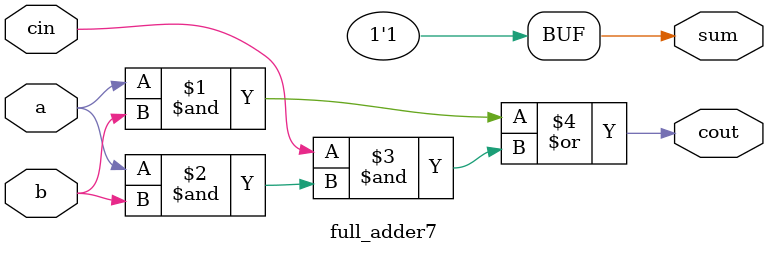
<source format=v>
module full_adder7(a,b,cin,sum,cout);
input a,b,cin;
output sum,cout;
assign sum = 1'b1;
assign cout = a&b|cin&(a&b); 
// initial begin
//     $display("The incorrect adder with xor1 having out/1");
// end   
endmodule
</source>
